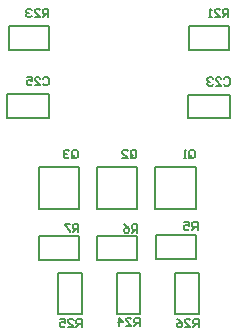
<source format=gbo>
G04*
G04 #@! TF.GenerationSoftware,Altium Limited,Altium Designer,19.0.12 (326)*
G04*
G04 Layer_Color=32896*
%FSLAX24Y24*%
%MOIN*%
G70*
G01*
G75*
%ADD14C,0.0079*%
%ADD18C,0.0059*%
D14*
X45787Y38799D02*
X46575D01*
Y40138D01*
X45787D02*
X46575D01*
X45787Y38799D02*
Y40138D01*
X41890Y38799D02*
X42677D01*
Y40138D01*
X41890D02*
X42677D01*
X41890Y38799D02*
Y40138D01*
X43839Y38799D02*
X44626D01*
Y40138D01*
X43839D02*
X44626D01*
X43839Y38799D02*
Y40138D01*
X40236Y47598D02*
Y48386D01*
Y47598D02*
X41575D01*
Y48386D01*
X40236D02*
X41575D01*
X47579Y47598D02*
Y48386D01*
X46240D02*
X47579D01*
X46240Y47598D02*
Y48386D01*
Y47598D02*
X47579D01*
X41240Y40585D02*
Y41372D01*
Y40585D02*
X42579D01*
Y41372D01*
X41240D02*
X42579D01*
X43189Y40585D02*
Y41372D01*
Y40585D02*
X44528D01*
Y41372D01*
X43189D02*
X44528D01*
X45138Y40630D02*
Y41417D01*
Y40630D02*
X46476D01*
Y41417D01*
X45138D02*
X46476D01*
X42583Y42298D02*
Y43698D01*
X41233D02*
X42583D01*
X41233Y42298D02*
Y43698D01*
Y42298D02*
X42583D01*
X44532Y42298D02*
Y43698D01*
X43182D02*
X44532D01*
X43182Y42298D02*
Y43698D01*
Y42298D02*
X44532D01*
X46481Y42298D02*
Y43698D01*
X45131D02*
X46481D01*
X45131Y42298D02*
Y43698D01*
Y42298D02*
X46481D01*
X40177Y45315D02*
X41594D01*
X40177D02*
Y46102D01*
X41594D01*
Y45315D02*
Y46102D01*
X46201Y46097D02*
X47618D01*
Y45310D02*
Y46097D01*
X46201Y45310D02*
X47618D01*
X46201D02*
Y46097D01*
D18*
X44606Y38386D02*
Y38661D01*
X44469D01*
X44423Y38615D01*
Y38524D01*
X44469Y38478D01*
X44606D01*
X44514D02*
X44423Y38386D01*
X44147D02*
X44331D01*
X44147Y38570D01*
Y38615D01*
X44193Y38661D01*
X44285D01*
X44331Y38615D01*
X43918Y38386D02*
Y38661D01*
X44055Y38524D01*
X43872D01*
X46575Y38346D02*
Y38622D01*
X46437D01*
X46391Y38576D01*
Y38484D01*
X46437Y38438D01*
X46575D01*
X46483D02*
X46391Y38346D01*
X46116D02*
X46299D01*
X46116Y38530D01*
Y38576D01*
X46162Y38622D01*
X46253D01*
X46299Y38576D01*
X45840Y38622D02*
X45932Y38576D01*
X46024Y38484D01*
Y38392D01*
X45978Y38346D01*
X45886D01*
X45840Y38392D01*
Y38438D01*
X45886Y38484D01*
X46024D01*
X42677Y38346D02*
Y38622D01*
X42539D01*
X42494Y38576D01*
Y38484D01*
X42539Y38438D01*
X42677D01*
X42585D02*
X42494Y38346D01*
X42218D02*
X42402D01*
X42218Y38530D01*
Y38576D01*
X42264Y38622D01*
X42356D01*
X42402Y38576D01*
X41942Y38622D02*
X42126D01*
Y38484D01*
X42034Y38530D01*
X41988D01*
X41942Y38484D01*
Y38392D01*
X41988Y38346D01*
X42080D01*
X42126Y38392D01*
X41560Y48682D02*
Y48958D01*
X41422D01*
X41376Y48912D01*
Y48820D01*
X41422Y48774D01*
X41560D01*
X41468D02*
X41376Y48682D01*
X41101D02*
X41285D01*
X41101Y48866D01*
Y48912D01*
X41147Y48958D01*
X41239D01*
X41285Y48912D01*
X41009D02*
X40963Y48958D01*
X40871D01*
X40825Y48912D01*
Y48866D01*
X40871Y48820D01*
X40917D01*
X40871D01*
X40825Y48774D01*
Y48728D01*
X40871Y48682D01*
X40963D01*
X41009Y48728D01*
X47560Y48682D02*
Y48958D01*
X47422D01*
X47376Y48912D01*
Y48820D01*
X47422Y48774D01*
X47560D01*
X47468D02*
X47376Y48682D01*
X47101D02*
X47285D01*
X47101Y48866D01*
Y48912D01*
X47147Y48958D01*
X47239D01*
X47285Y48912D01*
X47009Y48682D02*
X46917D01*
X46963D01*
Y48958D01*
X47009Y48912D01*
X42559Y41518D02*
Y41794D01*
X42421D01*
X42375Y41748D01*
Y41656D01*
X42421Y41610D01*
X42559D01*
X42467D02*
X42375Y41518D01*
X42284Y41794D02*
X42100D01*
Y41748D01*
X42284Y41564D01*
Y41518D01*
X44528Y41496D02*
Y41772D01*
X44390D01*
X44344Y41726D01*
Y41634D01*
X44390Y41588D01*
X44528D01*
X44436D02*
X44344Y41496D01*
X44068Y41772D02*
X44160Y41726D01*
X44252Y41634D01*
Y41542D01*
X44206Y41496D01*
X44114D01*
X44068Y41542D01*
Y41588D01*
X44114Y41634D01*
X44252D01*
X46535Y41575D02*
Y41850D01*
X46398D01*
X46352Y41804D01*
Y41713D01*
X46398Y41667D01*
X46535D01*
X46444D02*
X46352Y41575D01*
X46076Y41850D02*
X46260D01*
Y41713D01*
X46168Y41758D01*
X46122D01*
X46076Y41713D01*
Y41621D01*
X46122Y41575D01*
X46214D01*
X46260Y41621D01*
X42356Y44028D02*
Y44212D01*
X42402Y44258D01*
X42494D01*
X42540Y44212D01*
Y44028D01*
X42494Y43982D01*
X42402D01*
X42448Y44074D02*
X42356Y43982D01*
X42402D02*
X42356Y44028D01*
X42265Y44212D02*
X42219Y44258D01*
X42127D01*
X42081Y44212D01*
Y44166D01*
X42127Y44120D01*
X42173D01*
X42127D01*
X42081Y44074D01*
Y44028D01*
X42127Y43982D01*
X42219D01*
X42265Y44028D01*
X44306D02*
Y44212D01*
X44352Y44258D01*
X44444D01*
X44490Y44212D01*
Y44028D01*
X44444Y43982D01*
X44352D01*
X44398Y44074D02*
X44306Y43982D01*
X44352D02*
X44306Y44028D01*
X44031Y43982D02*
X44215D01*
X44031Y44166D01*
Y44212D01*
X44077Y44258D01*
X44169D01*
X44215Y44212D01*
X46256Y44028D02*
Y44212D01*
X46302Y44258D01*
X46394D01*
X46440Y44212D01*
Y44028D01*
X46394Y43982D01*
X46302D01*
X46348Y44074D02*
X46256Y43982D01*
X46302D02*
X46256Y44028D01*
X46165Y43982D02*
X46073D01*
X46119D01*
Y44258D01*
X46165Y44212D01*
X41386Y46632D02*
X41432Y46678D01*
X41524D01*
X41570Y46632D01*
Y46448D01*
X41524Y46402D01*
X41432D01*
X41386Y46448D01*
X41111Y46402D02*
X41295D01*
X41111Y46586D01*
Y46632D01*
X41157Y46678D01*
X41249D01*
X41295Y46632D01*
X40835Y46678D02*
X41019D01*
Y46540D01*
X40927Y46586D01*
X40881D01*
X40835Y46540D01*
Y46448D01*
X40881Y46402D01*
X40973D01*
X41019Y46448D01*
X47416Y46622D02*
X47462Y46668D01*
X47554D01*
X47600Y46622D01*
Y46438D01*
X47554Y46392D01*
X47462D01*
X47416Y46438D01*
X47141Y46392D02*
X47325D01*
X47141Y46576D01*
Y46622D01*
X47187Y46668D01*
X47279D01*
X47325Y46622D01*
X47049D02*
X47003Y46668D01*
X46911D01*
X46865Y46622D01*
Y46576D01*
X46911Y46530D01*
X46957D01*
X46911D01*
X46865Y46484D01*
Y46438D01*
X46911Y46392D01*
X47003D01*
X47049Y46438D01*
M02*

</source>
